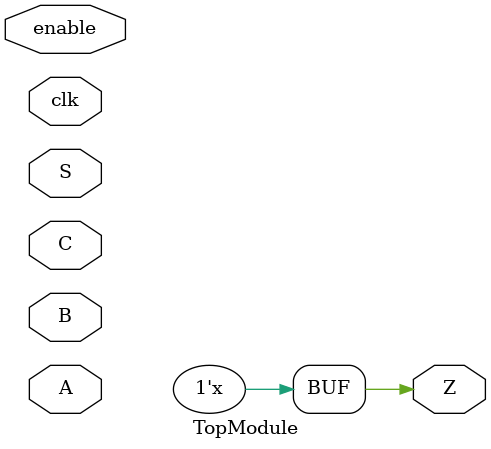
<source format=sv>

module TopModule (
  input clk,
  input enable,
  input S,
  input A,
  input B,
  input C,
  output reg Z
);
assign Z = A[7]*Q[7] + A[6]*Q[6] + A[5]*Q[5] + A[4]*Q[4] + A[3]*Q[3] + A[2]*Q[2] + A[1]*Q[1] + A[0]*Q[0];

assign Q[7] = S;
assign Q[6] = S;
assign Q[5] = S;
assign Q[4] = S;
assign Q[3] = S;
assign Q[2] = S;
assign Q[1] = S;
assign Q[0] = S;

always @(posedge clk)
  if (enable)
    begin
      #10
      for (int i = 7; i >= 0; i--) 
        Q[i + 1] <= Q[i];
    end
  else
    begin
      for (int i = 1; i <= 8; i++)
        Q[i] <= 1'b0;
    end

endmodule

</source>
